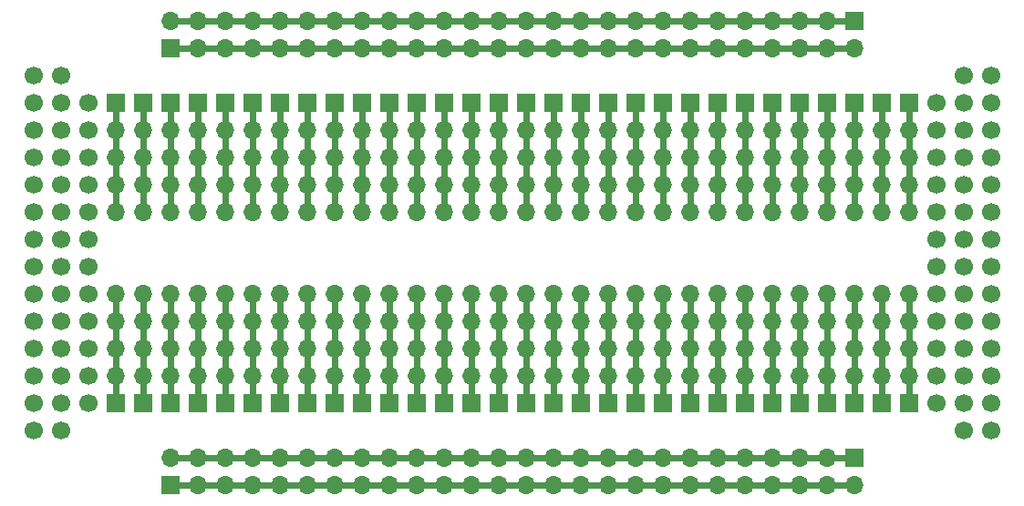
<source format=gbr>
G04 #@! TF.GenerationSoftware,KiCad,Pcbnew,(5.0.0)*
G04 #@! TF.CreationDate,2018-10-10T12:23:29-06:00*
G04 #@! TF.ProjectId,AltoidsPCB,416C746F6964735043422E6B69636164,rev?*
G04 #@! TF.SameCoordinates,Original*
G04 #@! TF.FileFunction,Copper,L2,Bot,Signal*
G04 #@! TF.FilePolarity,Positive*
%FSLAX46Y46*%
G04 Gerber Fmt 4.6, Leading zero omitted, Abs format (unit mm)*
G04 Created by KiCad (PCBNEW (5.0.0)) date 10/10/18 12:23:29*
%MOMM*%
%LPD*%
G01*
G04 APERTURE LIST*
G04 #@! TA.AperFunction,ComponentPad*
%ADD10R,1.700000X1.700000*%
G04 #@! TD*
G04 #@! TA.AperFunction,ComponentPad*
%ADD11O,1.700000X1.700000*%
G04 #@! TD*
G04 #@! TA.AperFunction,ComponentPad*
%ADD12C,1.700000*%
G04 #@! TD*
G04 #@! TA.AperFunction,Conductor*
%ADD13C,0.600000*%
G04 #@! TD*
G04 APERTURE END LIST*
D10*
G04 #@! TO.P,J2,1*
G04 #@! TO.N,Net-(J2-Pad1)*
X106680000Y-105410000D03*
D11*
G04 #@! TO.P,J2,2*
X109220000Y-105410000D03*
G04 #@! TO.P,J2,3*
X111760000Y-105410000D03*
G04 #@! TO.P,J2,4*
X114300000Y-105410000D03*
G04 #@! TO.P,J2,5*
X116840000Y-105410000D03*
G04 #@! TO.P,J2,6*
X119380000Y-105410000D03*
G04 #@! TO.P,J2,7*
X121920000Y-105410000D03*
G04 #@! TO.P,J2,8*
X124460000Y-105410000D03*
G04 #@! TO.P,J2,9*
X127000000Y-105410000D03*
G04 #@! TO.P,J2,10*
X129540000Y-105410000D03*
G04 #@! TO.P,J2,11*
X132080000Y-105410000D03*
G04 #@! TO.P,J2,12*
X134620000Y-105410000D03*
G04 #@! TO.P,J2,13*
X137160000Y-105410000D03*
G04 #@! TO.P,J2,14*
X139700000Y-105410000D03*
G04 #@! TO.P,J2,15*
X142240000Y-105410000D03*
G04 #@! TO.P,J2,16*
X144780000Y-105410000D03*
G04 #@! TO.P,J2,17*
X147320000Y-105410000D03*
G04 #@! TO.P,J2,18*
X149860000Y-105410000D03*
G04 #@! TO.P,J2,19*
X152400000Y-105410000D03*
G04 #@! TO.P,J2,20*
X154940000Y-105410000D03*
G04 #@! TO.P,J2,21*
X157480000Y-105410000D03*
G04 #@! TO.P,J2,22*
X160020000Y-105410000D03*
G04 #@! TO.P,J2,23*
X162560000Y-105410000D03*
G04 #@! TO.P,J2,24*
X165100000Y-105410000D03*
G04 #@! TO.P,J2,25*
X167640000Y-105410000D03*
G04 #@! TO.P,J2,26*
X170180000Y-105410000D03*
G04 #@! TD*
D10*
G04 #@! TO.P,J2,1*
G04 #@! TO.N,Net-(J2-Pad1)*
X170180000Y-102870000D03*
D11*
G04 #@! TO.P,J2,2*
X167640000Y-102870000D03*
G04 #@! TO.P,J2,3*
X165100000Y-102870000D03*
G04 #@! TO.P,J2,4*
X162560000Y-102870000D03*
G04 #@! TO.P,J2,5*
X160020000Y-102870000D03*
G04 #@! TO.P,J2,6*
X157480000Y-102870000D03*
G04 #@! TO.P,J2,7*
X154940000Y-102870000D03*
G04 #@! TO.P,J2,8*
X152400000Y-102870000D03*
G04 #@! TO.P,J2,9*
X149860000Y-102870000D03*
G04 #@! TO.P,J2,10*
X147320000Y-102870000D03*
G04 #@! TO.P,J2,11*
X144780000Y-102870000D03*
G04 #@! TO.P,J2,12*
X142240000Y-102870000D03*
G04 #@! TO.P,J2,13*
X139700000Y-102870000D03*
G04 #@! TO.P,J2,14*
X137160000Y-102870000D03*
G04 #@! TO.P,J2,15*
X134620000Y-102870000D03*
G04 #@! TO.P,J2,16*
X132080000Y-102870000D03*
G04 #@! TO.P,J2,17*
X129540000Y-102870000D03*
G04 #@! TO.P,J2,18*
X127000000Y-102870000D03*
G04 #@! TO.P,J2,19*
X124460000Y-102870000D03*
G04 #@! TO.P,J2,20*
X121920000Y-102870000D03*
G04 #@! TO.P,J2,21*
X119380000Y-102870000D03*
G04 #@! TO.P,J2,22*
X116840000Y-102870000D03*
G04 #@! TO.P,J2,23*
X114300000Y-102870000D03*
G04 #@! TO.P,J2,24*
X111760000Y-102870000D03*
G04 #@! TO.P,J2,25*
X109220000Y-102870000D03*
G04 #@! TO.P,J2,26*
X106680000Y-102870000D03*
G04 #@! TD*
D10*
G04 #@! TO.P,J2,1*
G04 #@! TO.N,Net-(J2-Pad1)*
X170180000Y-62230000D03*
D11*
G04 #@! TO.P,J2,2*
X167640000Y-62230000D03*
G04 #@! TO.P,J2,3*
X165100000Y-62230000D03*
G04 #@! TO.P,J2,4*
X162560000Y-62230000D03*
G04 #@! TO.P,J2,5*
X160020000Y-62230000D03*
G04 #@! TO.P,J2,6*
X157480000Y-62230000D03*
G04 #@! TO.P,J2,7*
X154940000Y-62230000D03*
G04 #@! TO.P,J2,8*
X152400000Y-62230000D03*
G04 #@! TO.P,J2,9*
X149860000Y-62230000D03*
G04 #@! TO.P,J2,10*
X147320000Y-62230000D03*
G04 #@! TO.P,J2,11*
X144780000Y-62230000D03*
G04 #@! TO.P,J2,12*
X142240000Y-62230000D03*
G04 #@! TO.P,J2,13*
X139700000Y-62230000D03*
G04 #@! TO.P,J2,14*
X137160000Y-62230000D03*
G04 #@! TO.P,J2,15*
X134620000Y-62230000D03*
G04 #@! TO.P,J2,16*
X132080000Y-62230000D03*
G04 #@! TO.P,J2,17*
X129540000Y-62230000D03*
G04 #@! TO.P,J2,18*
X127000000Y-62230000D03*
G04 #@! TO.P,J2,19*
X124460000Y-62230000D03*
G04 #@! TO.P,J2,20*
X121920000Y-62230000D03*
G04 #@! TO.P,J2,21*
X119380000Y-62230000D03*
G04 #@! TO.P,J2,22*
X116840000Y-62230000D03*
G04 #@! TO.P,J2,23*
X114300000Y-62230000D03*
G04 #@! TO.P,J2,24*
X111760000Y-62230000D03*
G04 #@! TO.P,J2,25*
X109220000Y-62230000D03*
G04 #@! TO.P,J2,26*
X106680000Y-62230000D03*
G04 #@! TD*
D10*
G04 #@! TO.P,J2,1*
G04 #@! TO.N,Net-(J2-Pad1)*
X106680000Y-64770000D03*
D11*
G04 #@! TO.P,J2,2*
X109220000Y-64770000D03*
G04 #@! TO.P,J2,3*
X111760000Y-64770000D03*
G04 #@! TO.P,J2,4*
X114300000Y-64770000D03*
G04 #@! TO.P,J2,5*
X116840000Y-64770000D03*
G04 #@! TO.P,J2,6*
X119380000Y-64770000D03*
G04 #@! TO.P,J2,7*
X121920000Y-64770000D03*
G04 #@! TO.P,J2,8*
X124460000Y-64770000D03*
G04 #@! TO.P,J2,9*
X127000000Y-64770000D03*
G04 #@! TO.P,J2,10*
X129540000Y-64770000D03*
G04 #@! TO.P,J2,11*
X132080000Y-64770000D03*
G04 #@! TO.P,J2,12*
X134620000Y-64770000D03*
G04 #@! TO.P,J2,13*
X137160000Y-64770000D03*
G04 #@! TO.P,J2,14*
X139700000Y-64770000D03*
G04 #@! TO.P,J2,15*
X142240000Y-64770000D03*
G04 #@! TO.P,J2,16*
X144780000Y-64770000D03*
G04 #@! TO.P,J2,17*
X147320000Y-64770000D03*
G04 #@! TO.P,J2,18*
X149860000Y-64770000D03*
G04 #@! TO.P,J2,19*
X152400000Y-64770000D03*
G04 #@! TO.P,J2,20*
X154940000Y-64770000D03*
G04 #@! TO.P,J2,21*
X157480000Y-64770000D03*
G04 #@! TO.P,J2,22*
X160020000Y-64770000D03*
G04 #@! TO.P,J2,23*
X162560000Y-64770000D03*
G04 #@! TO.P,J2,24*
X165100000Y-64770000D03*
G04 #@! TO.P,J2,25*
X167640000Y-64770000D03*
G04 #@! TO.P,J2,26*
X170180000Y-64770000D03*
G04 #@! TD*
D10*
G04 #@! TO.P,J1,1*
G04 #@! TO.N,Net-(J1-Pad1)*
X114300000Y-97790000D03*
D11*
G04 #@! TO.P,J1,2*
X114300000Y-95250000D03*
G04 #@! TO.P,J1,3*
X114300000Y-92710000D03*
G04 #@! TO.P,J1,4*
X114300000Y-90170000D03*
G04 #@! TO.P,J1,5*
X114300000Y-87630000D03*
G04 #@! TD*
D10*
G04 #@! TO.P,J1,1*
G04 #@! TO.N,Net-(J1-Pad1)*
X104140000Y-97790000D03*
D11*
G04 #@! TO.P,J1,2*
X104140000Y-95250000D03*
G04 #@! TO.P,J1,3*
X104140000Y-92710000D03*
G04 #@! TO.P,J1,4*
X104140000Y-90170000D03*
G04 #@! TO.P,J1,5*
X104140000Y-87630000D03*
G04 #@! TD*
D10*
G04 #@! TO.P,J1,1*
G04 #@! TO.N,Net-(J1-Pad1)*
X119380000Y-97790000D03*
D11*
G04 #@! TO.P,J1,2*
X119380000Y-95250000D03*
G04 #@! TO.P,J1,3*
X119380000Y-92710000D03*
G04 #@! TO.P,J1,4*
X119380000Y-90170000D03*
G04 #@! TO.P,J1,5*
X119380000Y-87630000D03*
G04 #@! TD*
D10*
G04 #@! TO.P,J1,1*
G04 #@! TO.N,Net-(J1-Pad1)*
X116840000Y-97790000D03*
D11*
G04 #@! TO.P,J1,2*
X116840000Y-95250000D03*
G04 #@! TO.P,J1,3*
X116840000Y-92710000D03*
G04 #@! TO.P,J1,4*
X116840000Y-90170000D03*
G04 #@! TO.P,J1,5*
X116840000Y-87630000D03*
G04 #@! TD*
D10*
G04 #@! TO.P,J1,1*
G04 #@! TO.N,Net-(J1-Pad1)*
X111760000Y-97790000D03*
D11*
G04 #@! TO.P,J1,2*
X111760000Y-95250000D03*
G04 #@! TO.P,J1,3*
X111760000Y-92710000D03*
G04 #@! TO.P,J1,4*
X111760000Y-90170000D03*
G04 #@! TO.P,J1,5*
X111760000Y-87630000D03*
G04 #@! TD*
D10*
G04 #@! TO.P,J1,1*
G04 #@! TO.N,Net-(J1-Pad1)*
X106680000Y-97790000D03*
D11*
G04 #@! TO.P,J1,2*
X106680000Y-95250000D03*
G04 #@! TO.P,J1,3*
X106680000Y-92710000D03*
G04 #@! TO.P,J1,4*
X106680000Y-90170000D03*
G04 #@! TO.P,J1,5*
X106680000Y-87630000D03*
G04 #@! TD*
D10*
G04 #@! TO.P,J1,1*
G04 #@! TO.N,Net-(J1-Pad1)*
X121920000Y-97790000D03*
D11*
G04 #@! TO.P,J1,2*
X121920000Y-95250000D03*
G04 #@! TO.P,J1,3*
X121920000Y-92710000D03*
G04 #@! TO.P,J1,4*
X121920000Y-90170000D03*
G04 #@! TO.P,J1,5*
X121920000Y-87630000D03*
G04 #@! TD*
D10*
G04 #@! TO.P,J1,1*
G04 #@! TO.N,Net-(J1-Pad1)*
X109220000Y-97790000D03*
D11*
G04 #@! TO.P,J1,2*
X109220000Y-95250000D03*
G04 #@! TO.P,J1,3*
X109220000Y-92710000D03*
G04 #@! TO.P,J1,4*
X109220000Y-90170000D03*
G04 #@! TO.P,J1,5*
X109220000Y-87630000D03*
G04 #@! TD*
D10*
G04 #@! TO.P,J1,1*
G04 #@! TO.N,Net-(J1-Pad1)*
X101600000Y-97790000D03*
D11*
G04 #@! TO.P,J1,2*
X101600000Y-95250000D03*
G04 #@! TO.P,J1,3*
X101600000Y-92710000D03*
G04 #@! TO.P,J1,4*
X101600000Y-90170000D03*
G04 #@! TO.P,J1,5*
X101600000Y-87630000D03*
G04 #@! TD*
D10*
G04 #@! TO.P,J1,1*
G04 #@! TO.N,Net-(J1-Pad1)*
X172720000Y-97790000D03*
D11*
G04 #@! TO.P,J1,2*
X172720000Y-95250000D03*
G04 #@! TO.P,J1,3*
X172720000Y-92710000D03*
G04 #@! TO.P,J1,4*
X172720000Y-90170000D03*
G04 #@! TO.P,J1,5*
X172720000Y-87630000D03*
G04 #@! TD*
D10*
G04 #@! TO.P,J1,1*
G04 #@! TO.N,Net-(J1-Pad1)*
X154940000Y-97790000D03*
D11*
G04 #@! TO.P,J1,2*
X154940000Y-95250000D03*
G04 #@! TO.P,J1,3*
X154940000Y-92710000D03*
G04 #@! TO.P,J1,4*
X154940000Y-90170000D03*
G04 #@! TO.P,J1,5*
X154940000Y-87630000D03*
G04 #@! TD*
D10*
G04 #@! TO.P,J1,1*
G04 #@! TO.N,Net-(J1-Pad1)*
X149860000Y-97790000D03*
D11*
G04 #@! TO.P,J1,2*
X149860000Y-95250000D03*
G04 #@! TO.P,J1,3*
X149860000Y-92710000D03*
G04 #@! TO.P,J1,4*
X149860000Y-90170000D03*
G04 #@! TO.P,J1,5*
X149860000Y-87630000D03*
G04 #@! TD*
D10*
G04 #@! TO.P,J1,1*
G04 #@! TO.N,Net-(J1-Pad1)*
X170180000Y-97790000D03*
D11*
G04 #@! TO.P,J1,2*
X170180000Y-95250000D03*
G04 #@! TO.P,J1,3*
X170180000Y-92710000D03*
G04 #@! TO.P,J1,4*
X170180000Y-90170000D03*
G04 #@! TO.P,J1,5*
X170180000Y-87630000D03*
G04 #@! TD*
D10*
G04 #@! TO.P,J1,1*
G04 #@! TO.N,Net-(J1-Pad1)*
X152400000Y-97790000D03*
D11*
G04 #@! TO.P,J1,2*
X152400000Y-95250000D03*
G04 #@! TO.P,J1,3*
X152400000Y-92710000D03*
G04 #@! TO.P,J1,4*
X152400000Y-90170000D03*
G04 #@! TO.P,J1,5*
X152400000Y-87630000D03*
G04 #@! TD*
D10*
G04 #@! TO.P,J1,1*
G04 #@! TO.N,Net-(J1-Pad1)*
X157480000Y-97790000D03*
D11*
G04 #@! TO.P,J1,2*
X157480000Y-95250000D03*
G04 #@! TO.P,J1,3*
X157480000Y-92710000D03*
G04 #@! TO.P,J1,4*
X157480000Y-90170000D03*
G04 #@! TO.P,J1,5*
X157480000Y-87630000D03*
G04 #@! TD*
D10*
G04 #@! TO.P,J1,1*
G04 #@! TO.N,Net-(J1-Pad1)*
X160020000Y-97790000D03*
D11*
G04 #@! TO.P,J1,2*
X160020000Y-95250000D03*
G04 #@! TO.P,J1,3*
X160020000Y-92710000D03*
G04 #@! TO.P,J1,4*
X160020000Y-90170000D03*
G04 #@! TO.P,J1,5*
X160020000Y-87630000D03*
G04 #@! TD*
D10*
G04 #@! TO.P,J1,1*
G04 #@! TO.N,Net-(J1-Pad1)*
X162560000Y-97790000D03*
D11*
G04 #@! TO.P,J1,2*
X162560000Y-95250000D03*
G04 #@! TO.P,J1,3*
X162560000Y-92710000D03*
G04 #@! TO.P,J1,4*
X162560000Y-90170000D03*
G04 #@! TO.P,J1,5*
X162560000Y-87630000D03*
G04 #@! TD*
D10*
G04 #@! TO.P,J1,1*
G04 #@! TO.N,Net-(J1-Pad1)*
X147320000Y-97790000D03*
D11*
G04 #@! TO.P,J1,2*
X147320000Y-95250000D03*
G04 #@! TO.P,J1,3*
X147320000Y-92710000D03*
G04 #@! TO.P,J1,4*
X147320000Y-90170000D03*
G04 #@! TO.P,J1,5*
X147320000Y-87630000D03*
G04 #@! TD*
D10*
G04 #@! TO.P,J1,1*
G04 #@! TO.N,Net-(J1-Pad1)*
X142240000Y-97790000D03*
D11*
G04 #@! TO.P,J1,2*
X142240000Y-95250000D03*
G04 #@! TO.P,J1,3*
X142240000Y-92710000D03*
G04 #@! TO.P,J1,4*
X142240000Y-90170000D03*
G04 #@! TO.P,J1,5*
X142240000Y-87630000D03*
G04 #@! TD*
D10*
G04 #@! TO.P,J1,1*
G04 #@! TO.N,Net-(J1-Pad1)*
X165100000Y-97790000D03*
D11*
G04 #@! TO.P,J1,2*
X165100000Y-95250000D03*
G04 #@! TO.P,J1,3*
X165100000Y-92710000D03*
G04 #@! TO.P,J1,4*
X165100000Y-90170000D03*
G04 #@! TO.P,J1,5*
X165100000Y-87630000D03*
G04 #@! TD*
D10*
G04 #@! TO.P,J1,1*
G04 #@! TO.N,Net-(J1-Pad1)*
X167640000Y-97790000D03*
D11*
G04 #@! TO.P,J1,2*
X167640000Y-95250000D03*
G04 #@! TO.P,J1,3*
X167640000Y-92710000D03*
G04 #@! TO.P,J1,4*
X167640000Y-90170000D03*
G04 #@! TO.P,J1,5*
X167640000Y-87630000D03*
G04 #@! TD*
D10*
G04 #@! TO.P,J1,1*
G04 #@! TO.N,Net-(J1-Pad1)*
X144780000Y-97790000D03*
D11*
G04 #@! TO.P,J1,2*
X144780000Y-95250000D03*
G04 #@! TO.P,J1,3*
X144780000Y-92710000D03*
G04 #@! TO.P,J1,4*
X144780000Y-90170000D03*
G04 #@! TO.P,J1,5*
X144780000Y-87630000D03*
G04 #@! TD*
D10*
G04 #@! TO.P,J1,1*
G04 #@! TO.N,Net-(J1-Pad1)*
X139700000Y-97790000D03*
D11*
G04 #@! TO.P,J1,2*
X139700000Y-95250000D03*
G04 #@! TO.P,J1,3*
X139700000Y-92710000D03*
G04 #@! TO.P,J1,4*
X139700000Y-90170000D03*
G04 #@! TO.P,J1,5*
X139700000Y-87630000D03*
G04 #@! TD*
D10*
G04 #@! TO.P,J1,1*
G04 #@! TO.N,Net-(J1-Pad1)*
X132080000Y-97790000D03*
D11*
G04 #@! TO.P,J1,2*
X132080000Y-95250000D03*
G04 #@! TO.P,J1,3*
X132080000Y-92710000D03*
G04 #@! TO.P,J1,4*
X132080000Y-90170000D03*
G04 #@! TO.P,J1,5*
X132080000Y-87630000D03*
G04 #@! TD*
D10*
G04 #@! TO.P,J1,1*
G04 #@! TO.N,Net-(J1-Pad1)*
X134620000Y-97790000D03*
D11*
G04 #@! TO.P,J1,2*
X134620000Y-95250000D03*
G04 #@! TO.P,J1,3*
X134620000Y-92710000D03*
G04 #@! TO.P,J1,4*
X134620000Y-90170000D03*
G04 #@! TO.P,J1,5*
X134620000Y-87630000D03*
G04 #@! TD*
D10*
G04 #@! TO.P,J1,1*
G04 #@! TO.N,Net-(J1-Pad1)*
X175260000Y-97790000D03*
D11*
G04 #@! TO.P,J1,2*
X175260000Y-95250000D03*
G04 #@! TO.P,J1,3*
X175260000Y-92710000D03*
G04 #@! TO.P,J1,4*
X175260000Y-90170000D03*
G04 #@! TO.P,J1,5*
X175260000Y-87630000D03*
G04 #@! TD*
D10*
G04 #@! TO.P,J1,1*
G04 #@! TO.N,Net-(J1-Pad1)*
X137160000Y-97790000D03*
D11*
G04 #@! TO.P,J1,2*
X137160000Y-95250000D03*
G04 #@! TO.P,J1,3*
X137160000Y-92710000D03*
G04 #@! TO.P,J1,4*
X137160000Y-90170000D03*
G04 #@! TO.P,J1,5*
X137160000Y-87630000D03*
G04 #@! TD*
D10*
G04 #@! TO.P,J1,1*
G04 #@! TO.N,Net-(J1-Pad1)*
X129540000Y-97790000D03*
D11*
G04 #@! TO.P,J1,2*
X129540000Y-95250000D03*
G04 #@! TO.P,J1,3*
X129540000Y-92710000D03*
G04 #@! TO.P,J1,4*
X129540000Y-90170000D03*
G04 #@! TO.P,J1,5*
X129540000Y-87630000D03*
G04 #@! TD*
D10*
G04 #@! TO.P,J1,1*
G04 #@! TO.N,Net-(J1-Pad1)*
X124460000Y-97790000D03*
D11*
G04 #@! TO.P,J1,2*
X124460000Y-95250000D03*
G04 #@! TO.P,J1,3*
X124460000Y-92710000D03*
G04 #@! TO.P,J1,4*
X124460000Y-90170000D03*
G04 #@! TO.P,J1,5*
X124460000Y-87630000D03*
G04 #@! TD*
D10*
G04 #@! TO.P,J1,1*
G04 #@! TO.N,Net-(J1-Pad1)*
X127000000Y-97790000D03*
D11*
G04 #@! TO.P,J1,2*
X127000000Y-95250000D03*
G04 #@! TO.P,J1,3*
X127000000Y-92710000D03*
G04 #@! TO.P,J1,4*
X127000000Y-90170000D03*
G04 #@! TO.P,J1,5*
X127000000Y-87630000D03*
G04 #@! TD*
D10*
G04 #@! TO.P,J1,1*
G04 #@! TO.N,Net-(J1-Pad1)*
X175260000Y-69850000D03*
D11*
G04 #@! TO.P,J1,2*
X175260000Y-72390000D03*
G04 #@! TO.P,J1,3*
X175260000Y-74930000D03*
G04 #@! TO.P,J1,4*
X175260000Y-77470000D03*
G04 #@! TO.P,J1,5*
X175260000Y-80010000D03*
G04 #@! TD*
D10*
G04 #@! TO.P,J1,1*
G04 #@! TO.N,Net-(J1-Pad1)*
X172720000Y-69850000D03*
D11*
G04 #@! TO.P,J1,2*
X172720000Y-72390000D03*
G04 #@! TO.P,J1,3*
X172720000Y-74930000D03*
G04 #@! TO.P,J1,4*
X172720000Y-77470000D03*
G04 #@! TO.P,J1,5*
X172720000Y-80010000D03*
G04 #@! TD*
D10*
G04 #@! TO.P,J1,1*
G04 #@! TO.N,Net-(J1-Pad1)*
X170180000Y-69850000D03*
D11*
G04 #@! TO.P,J1,2*
X170180000Y-72390000D03*
G04 #@! TO.P,J1,3*
X170180000Y-74930000D03*
G04 #@! TO.P,J1,4*
X170180000Y-77470000D03*
G04 #@! TO.P,J1,5*
X170180000Y-80010000D03*
G04 #@! TD*
D10*
G04 #@! TO.P,J1,1*
G04 #@! TO.N,Net-(J1-Pad1)*
X167640000Y-69850000D03*
D11*
G04 #@! TO.P,J1,2*
X167640000Y-72390000D03*
G04 #@! TO.P,J1,3*
X167640000Y-74930000D03*
G04 #@! TO.P,J1,4*
X167640000Y-77470000D03*
G04 #@! TO.P,J1,5*
X167640000Y-80010000D03*
G04 #@! TD*
D10*
G04 #@! TO.P,J1,1*
G04 #@! TO.N,Net-(J1-Pad1)*
X165100000Y-69850000D03*
D11*
G04 #@! TO.P,J1,2*
X165100000Y-72390000D03*
G04 #@! TO.P,J1,3*
X165100000Y-74930000D03*
G04 #@! TO.P,J1,4*
X165100000Y-77470000D03*
G04 #@! TO.P,J1,5*
X165100000Y-80010000D03*
G04 #@! TD*
D10*
G04 #@! TO.P,J1,1*
G04 #@! TO.N,Net-(J1-Pad1)*
X162560000Y-69850000D03*
D11*
G04 #@! TO.P,J1,2*
X162560000Y-72390000D03*
G04 #@! TO.P,J1,3*
X162560000Y-74930000D03*
G04 #@! TO.P,J1,4*
X162560000Y-77470000D03*
G04 #@! TO.P,J1,5*
X162560000Y-80010000D03*
G04 #@! TD*
D10*
G04 #@! TO.P,J1,1*
G04 #@! TO.N,Net-(J1-Pad1)*
X160020000Y-69850000D03*
D11*
G04 #@! TO.P,J1,2*
X160020000Y-72390000D03*
G04 #@! TO.P,J1,3*
X160020000Y-74930000D03*
G04 #@! TO.P,J1,4*
X160020000Y-77470000D03*
G04 #@! TO.P,J1,5*
X160020000Y-80010000D03*
G04 #@! TD*
D10*
G04 #@! TO.P,J1,1*
G04 #@! TO.N,Net-(J1-Pad1)*
X157480000Y-69850000D03*
D11*
G04 #@! TO.P,J1,2*
X157480000Y-72390000D03*
G04 #@! TO.P,J1,3*
X157480000Y-74930000D03*
G04 #@! TO.P,J1,4*
X157480000Y-77470000D03*
G04 #@! TO.P,J1,5*
X157480000Y-80010000D03*
G04 #@! TD*
D10*
G04 #@! TO.P,J1,1*
G04 #@! TO.N,Net-(J1-Pad1)*
X154940000Y-69850000D03*
D11*
G04 #@! TO.P,J1,2*
X154940000Y-72390000D03*
G04 #@! TO.P,J1,3*
X154940000Y-74930000D03*
G04 #@! TO.P,J1,4*
X154940000Y-77470000D03*
G04 #@! TO.P,J1,5*
X154940000Y-80010000D03*
G04 #@! TD*
D10*
G04 #@! TO.P,J1,1*
G04 #@! TO.N,Net-(J1-Pad1)*
X152400000Y-69850000D03*
D11*
G04 #@! TO.P,J1,2*
X152400000Y-72390000D03*
G04 #@! TO.P,J1,3*
X152400000Y-74930000D03*
G04 #@! TO.P,J1,4*
X152400000Y-77470000D03*
G04 #@! TO.P,J1,5*
X152400000Y-80010000D03*
G04 #@! TD*
D10*
G04 #@! TO.P,J1,1*
G04 #@! TO.N,Net-(J1-Pad1)*
X149860000Y-69850000D03*
D11*
G04 #@! TO.P,J1,2*
X149860000Y-72390000D03*
G04 #@! TO.P,J1,3*
X149860000Y-74930000D03*
G04 #@! TO.P,J1,4*
X149860000Y-77470000D03*
G04 #@! TO.P,J1,5*
X149860000Y-80010000D03*
G04 #@! TD*
D10*
G04 #@! TO.P,J1,1*
G04 #@! TO.N,Net-(J1-Pad1)*
X147320000Y-69850000D03*
D11*
G04 #@! TO.P,J1,2*
X147320000Y-72390000D03*
G04 #@! TO.P,J1,3*
X147320000Y-74930000D03*
G04 #@! TO.P,J1,4*
X147320000Y-77470000D03*
G04 #@! TO.P,J1,5*
X147320000Y-80010000D03*
G04 #@! TD*
D10*
G04 #@! TO.P,J1,1*
G04 #@! TO.N,Net-(J1-Pad1)*
X144780000Y-69850000D03*
D11*
G04 #@! TO.P,J1,2*
X144780000Y-72390000D03*
G04 #@! TO.P,J1,3*
X144780000Y-74930000D03*
G04 #@! TO.P,J1,4*
X144780000Y-77470000D03*
G04 #@! TO.P,J1,5*
X144780000Y-80010000D03*
G04 #@! TD*
D10*
G04 #@! TO.P,J1,1*
G04 #@! TO.N,Net-(J1-Pad1)*
X142240000Y-69850000D03*
D11*
G04 #@! TO.P,J1,2*
X142240000Y-72390000D03*
G04 #@! TO.P,J1,3*
X142240000Y-74930000D03*
G04 #@! TO.P,J1,4*
X142240000Y-77470000D03*
G04 #@! TO.P,J1,5*
X142240000Y-80010000D03*
G04 #@! TD*
D10*
G04 #@! TO.P,J1,1*
G04 #@! TO.N,Net-(J1-Pad1)*
X139700000Y-69850000D03*
D11*
G04 #@! TO.P,J1,2*
X139700000Y-72390000D03*
G04 #@! TO.P,J1,3*
X139700000Y-74930000D03*
G04 #@! TO.P,J1,4*
X139700000Y-77470000D03*
G04 #@! TO.P,J1,5*
X139700000Y-80010000D03*
G04 #@! TD*
D10*
G04 #@! TO.P,J1,1*
G04 #@! TO.N,Net-(J1-Pad1)*
X137160000Y-69850000D03*
D11*
G04 #@! TO.P,J1,2*
X137160000Y-72390000D03*
G04 #@! TO.P,J1,3*
X137160000Y-74930000D03*
G04 #@! TO.P,J1,4*
X137160000Y-77470000D03*
G04 #@! TO.P,J1,5*
X137160000Y-80010000D03*
G04 #@! TD*
D10*
G04 #@! TO.P,J1,1*
G04 #@! TO.N,Net-(J1-Pad1)*
X134620000Y-69850000D03*
D11*
G04 #@! TO.P,J1,2*
X134620000Y-72390000D03*
G04 #@! TO.P,J1,3*
X134620000Y-74930000D03*
G04 #@! TO.P,J1,4*
X134620000Y-77470000D03*
G04 #@! TO.P,J1,5*
X134620000Y-80010000D03*
G04 #@! TD*
D10*
G04 #@! TO.P,J1,1*
G04 #@! TO.N,Net-(J1-Pad1)*
X132080000Y-69850000D03*
D11*
G04 #@! TO.P,J1,2*
X132080000Y-72390000D03*
G04 #@! TO.P,J1,3*
X132080000Y-74930000D03*
G04 #@! TO.P,J1,4*
X132080000Y-77470000D03*
G04 #@! TO.P,J1,5*
X132080000Y-80010000D03*
G04 #@! TD*
D10*
G04 #@! TO.P,J1,1*
G04 #@! TO.N,Net-(J1-Pad1)*
X129540000Y-69850000D03*
D11*
G04 #@! TO.P,J1,2*
X129540000Y-72390000D03*
G04 #@! TO.P,J1,3*
X129540000Y-74930000D03*
G04 #@! TO.P,J1,4*
X129540000Y-77470000D03*
G04 #@! TO.P,J1,5*
X129540000Y-80010000D03*
G04 #@! TD*
D10*
G04 #@! TO.P,J1,1*
G04 #@! TO.N,Net-(J1-Pad1)*
X127000000Y-69850000D03*
D11*
G04 #@! TO.P,J1,2*
X127000000Y-72390000D03*
G04 #@! TO.P,J1,3*
X127000000Y-74930000D03*
G04 #@! TO.P,J1,4*
X127000000Y-77470000D03*
G04 #@! TO.P,J1,5*
X127000000Y-80010000D03*
G04 #@! TD*
D10*
G04 #@! TO.P,J1,1*
G04 #@! TO.N,Net-(J1-Pad1)*
X124460000Y-69850000D03*
D11*
G04 #@! TO.P,J1,2*
X124460000Y-72390000D03*
G04 #@! TO.P,J1,3*
X124460000Y-74930000D03*
G04 #@! TO.P,J1,4*
X124460000Y-77470000D03*
G04 #@! TO.P,J1,5*
X124460000Y-80010000D03*
G04 #@! TD*
D10*
G04 #@! TO.P,J1,1*
G04 #@! TO.N,Net-(J1-Pad1)*
X121920000Y-69850000D03*
D11*
G04 #@! TO.P,J1,2*
X121920000Y-72390000D03*
G04 #@! TO.P,J1,3*
X121920000Y-74930000D03*
G04 #@! TO.P,J1,4*
X121920000Y-77470000D03*
G04 #@! TO.P,J1,5*
X121920000Y-80010000D03*
G04 #@! TD*
D10*
G04 #@! TO.P,J1,1*
G04 #@! TO.N,Net-(J1-Pad1)*
X119380000Y-69850000D03*
D11*
G04 #@! TO.P,J1,2*
X119380000Y-72390000D03*
G04 #@! TO.P,J1,3*
X119380000Y-74930000D03*
G04 #@! TO.P,J1,4*
X119380000Y-77470000D03*
G04 #@! TO.P,J1,5*
X119380000Y-80010000D03*
G04 #@! TD*
D10*
G04 #@! TO.P,J1,1*
G04 #@! TO.N,Net-(J1-Pad1)*
X116840000Y-69850000D03*
D11*
G04 #@! TO.P,J1,2*
X116840000Y-72390000D03*
G04 #@! TO.P,J1,3*
X116840000Y-74930000D03*
G04 #@! TO.P,J1,4*
X116840000Y-77470000D03*
G04 #@! TO.P,J1,5*
X116840000Y-80010000D03*
G04 #@! TD*
D10*
G04 #@! TO.P,J1,1*
G04 #@! TO.N,Net-(J1-Pad1)*
X114300000Y-69850000D03*
D11*
G04 #@! TO.P,J1,2*
X114300000Y-72390000D03*
G04 #@! TO.P,J1,3*
X114300000Y-74930000D03*
G04 #@! TO.P,J1,4*
X114300000Y-77470000D03*
G04 #@! TO.P,J1,5*
X114300000Y-80010000D03*
G04 #@! TD*
D10*
G04 #@! TO.P,J1,1*
G04 #@! TO.N,Net-(J1-Pad1)*
X111760000Y-69850000D03*
D11*
G04 #@! TO.P,J1,2*
X111760000Y-72390000D03*
G04 #@! TO.P,J1,3*
X111760000Y-74930000D03*
G04 #@! TO.P,J1,4*
X111760000Y-77470000D03*
G04 #@! TO.P,J1,5*
X111760000Y-80010000D03*
G04 #@! TD*
D10*
G04 #@! TO.P,J1,1*
G04 #@! TO.N,Net-(J1-Pad1)*
X109220000Y-69850000D03*
D11*
G04 #@! TO.P,J1,2*
X109220000Y-72390000D03*
G04 #@! TO.P,J1,3*
X109220000Y-74930000D03*
G04 #@! TO.P,J1,4*
X109220000Y-77470000D03*
G04 #@! TO.P,J1,5*
X109220000Y-80010000D03*
G04 #@! TD*
D10*
G04 #@! TO.P,J1,1*
G04 #@! TO.N,Net-(J1-Pad1)*
X106680000Y-69850000D03*
D11*
G04 #@! TO.P,J1,2*
X106680000Y-72390000D03*
G04 #@! TO.P,J1,3*
X106680000Y-74930000D03*
G04 #@! TO.P,J1,4*
X106680000Y-77470000D03*
G04 #@! TO.P,J1,5*
X106680000Y-80010000D03*
G04 #@! TD*
D10*
G04 #@! TO.P,J1,1*
G04 #@! TO.N,Net-(J1-Pad1)*
X104140000Y-69850000D03*
D11*
G04 #@! TO.P,J1,2*
X104140000Y-72390000D03*
G04 #@! TO.P,J1,3*
X104140000Y-74930000D03*
G04 #@! TO.P,J1,4*
X104140000Y-77470000D03*
G04 #@! TO.P,J1,5*
X104140000Y-80010000D03*
G04 #@! TD*
D10*
G04 #@! TO.P,J1,1*
G04 #@! TO.N,Net-(J1-Pad1)*
X101600000Y-69850000D03*
D11*
G04 #@! TO.P,J1,2*
X101600000Y-72390000D03*
G04 #@! TO.P,J1,3*
X101600000Y-74930000D03*
G04 #@! TO.P,J1,4*
X101600000Y-77470000D03*
G04 #@! TO.P,J1,5*
X101600000Y-80010000D03*
G04 #@! TD*
D12*
G04 #@! TO.P,J3,1*
G04 #@! TO.N,Net-(J3-Pad1)*
X93980000Y-67310000D03*
G04 #@! TD*
G04 #@! TO.P,J3,1*
G04 #@! TO.N,Net-(J3-Pad1)*
X182880000Y-67310000D03*
G04 #@! TD*
G04 #@! TO.P,J3,1*
G04 #@! TO.N,Net-(J3-Pad1)*
X180340000Y-67310000D03*
G04 #@! TD*
G04 #@! TO.P,J3,1*
G04 #@! TO.N,Net-(J3-Pad1)*
X182880000Y-100330000D03*
G04 #@! TD*
G04 #@! TO.P,J3,1*
G04 #@! TO.N,Net-(J3-Pad1)*
X180340000Y-100330000D03*
G04 #@! TD*
G04 #@! TO.P,J3,1*
G04 #@! TO.N,Net-(J3-Pad1)*
X93980000Y-100330000D03*
G04 #@! TD*
G04 #@! TO.P,J3,1*
G04 #@! TO.N,Net-(J3-Pad1)*
X96520000Y-100330000D03*
G04 #@! TD*
G04 #@! TO.P,J3,1*
G04 #@! TO.N,Net-(J3-Pad1)*
X96520000Y-67310000D03*
G04 #@! TD*
G04 #@! TO.P,J3,1*
G04 #@! TO.N,Net-(J3-Pad1)*
X180340000Y-95250000D03*
G04 #@! TD*
G04 #@! TO.P,J3,1*
G04 #@! TO.N,Net-(J3-Pad1)*
X180340000Y-97790000D03*
G04 #@! TD*
G04 #@! TO.P,J3,1*
G04 #@! TO.N,Net-(J3-Pad1)*
X182880000Y-97790000D03*
G04 #@! TD*
G04 #@! TO.P,J3,1*
G04 #@! TO.N,Net-(J3-Pad1)*
X177800000Y-92710000D03*
G04 #@! TD*
G04 #@! TO.P,J3,1*
G04 #@! TO.N,Net-(J3-Pad1)*
X177800000Y-95250000D03*
G04 #@! TD*
G04 #@! TO.P,J3,1*
G04 #@! TO.N,Net-(J3-Pad1)*
X182880000Y-92710000D03*
G04 #@! TD*
G04 #@! TO.P,J3,1*
G04 #@! TO.N,Net-(J3-Pad1)*
X180340000Y-92710000D03*
G04 #@! TD*
G04 #@! TO.P,J3,1*
G04 #@! TO.N,Net-(J3-Pad1)*
X182880000Y-95250000D03*
G04 #@! TD*
G04 #@! TO.P,J3,1*
G04 #@! TO.N,Net-(J3-Pad1)*
X177800000Y-97790000D03*
G04 #@! TD*
G04 #@! TO.P,J3,1*
G04 #@! TO.N,Net-(J3-Pad1)*
X182880000Y-69850000D03*
G04 #@! TD*
G04 #@! TO.P,J3,1*
G04 #@! TO.N,Net-(J3-Pad1)*
X180340000Y-69850000D03*
G04 #@! TD*
G04 #@! TO.P,J3,1*
G04 #@! TO.N,Net-(J3-Pad1)*
X182880000Y-82550000D03*
G04 #@! TD*
G04 #@! TO.P,J3,1*
G04 #@! TO.N,Net-(J3-Pad1)*
X182880000Y-74930000D03*
G04 #@! TD*
G04 #@! TO.P,J3,1*
G04 #@! TO.N,Net-(J3-Pad1)*
X177800000Y-77470000D03*
G04 #@! TD*
G04 #@! TO.P,J3,1*
G04 #@! TO.N,Net-(J3-Pad1)*
X182880000Y-72390000D03*
G04 #@! TD*
G04 #@! TO.P,J3,1*
G04 #@! TO.N,Net-(J3-Pad1)*
X180340000Y-82550000D03*
G04 #@! TD*
G04 #@! TO.P,J3,1*
G04 #@! TO.N,Net-(J3-Pad1)*
X177800000Y-82550000D03*
G04 #@! TD*
G04 #@! TO.P,J3,1*
G04 #@! TO.N,Net-(J3-Pad1)*
X182880000Y-80010000D03*
G04 #@! TD*
G04 #@! TO.P,J3,1*
G04 #@! TO.N,Net-(J3-Pad1)*
X177800000Y-80010000D03*
G04 #@! TD*
G04 #@! TO.P,J3,1*
G04 #@! TO.N,Net-(J3-Pad1)*
X177800000Y-90170000D03*
G04 #@! TD*
G04 #@! TO.P,J3,1*
G04 #@! TO.N,Net-(J3-Pad1)*
X182880000Y-85090000D03*
G04 #@! TD*
G04 #@! TO.P,J3,1*
G04 #@! TO.N,Net-(J3-Pad1)*
X180340000Y-74930000D03*
G04 #@! TD*
G04 #@! TO.P,J3,1*
G04 #@! TO.N,Net-(J3-Pad1)*
X177800000Y-85090000D03*
G04 #@! TD*
G04 #@! TO.P,J3,1*
G04 #@! TO.N,Net-(J3-Pad1)*
X177800000Y-72390000D03*
G04 #@! TD*
G04 #@! TO.P,J3,1*
G04 #@! TO.N,Net-(J3-Pad1)*
X180340000Y-72390000D03*
G04 #@! TD*
G04 #@! TO.P,J3,1*
G04 #@! TO.N,Net-(J3-Pad1)*
X180340000Y-85090000D03*
G04 #@! TD*
G04 #@! TO.P,J3,1*
G04 #@! TO.N,Net-(J3-Pad1)*
X180340000Y-77470000D03*
G04 #@! TD*
G04 #@! TO.P,J3,1*
G04 #@! TO.N,Net-(J3-Pad1)*
X180340000Y-90170000D03*
G04 #@! TD*
G04 #@! TO.P,J3,1*
G04 #@! TO.N,Net-(J3-Pad1)*
X182880000Y-87630000D03*
G04 #@! TD*
G04 #@! TO.P,J3,1*
G04 #@! TO.N,Net-(J3-Pad1)*
X182880000Y-77470000D03*
G04 #@! TD*
G04 #@! TO.P,J3,1*
G04 #@! TO.N,Net-(J3-Pad1)*
X177800000Y-69850000D03*
G04 #@! TD*
G04 #@! TO.P,J3,1*
G04 #@! TO.N,Net-(J3-Pad1)*
X180340000Y-87630000D03*
G04 #@! TD*
G04 #@! TO.P,J3,1*
G04 #@! TO.N,Net-(J3-Pad1)*
X177800000Y-74930000D03*
G04 #@! TD*
G04 #@! TO.P,J3,1*
G04 #@! TO.N,Net-(J3-Pad1)*
X180340000Y-80010000D03*
G04 #@! TD*
G04 #@! TO.P,J3,1*
G04 #@! TO.N,Net-(J3-Pad1)*
X177800000Y-87630000D03*
G04 #@! TD*
G04 #@! TO.P,J3,1*
G04 #@! TO.N,Net-(J3-Pad1)*
X182880000Y-90170000D03*
G04 #@! TD*
G04 #@! TO.P,J3,1*
G04 #@! TO.N,Net-(J3-Pad1)*
X99060000Y-97790000D03*
G04 #@! TD*
G04 #@! TO.P,J3,1*
G04 #@! TO.N,Net-(J3-Pad1)*
X96520000Y-97790000D03*
G04 #@! TD*
G04 #@! TO.P,J3,1*
G04 #@! TO.N,Net-(J3-Pad1)*
X93980000Y-97790000D03*
G04 #@! TD*
G04 #@! TO.P,J3,1*
G04 #@! TO.N,Net-(J3-Pad1)*
X99060000Y-95250000D03*
G04 #@! TD*
G04 #@! TO.P,J3,1*
G04 #@! TO.N,Net-(J3-Pad1)*
X96520000Y-95250000D03*
G04 #@! TD*
G04 #@! TO.P,J3,1*
G04 #@! TO.N,Net-(J3-Pad1)*
X93980000Y-95250000D03*
G04 #@! TD*
G04 #@! TO.P,J3,1*
G04 #@! TO.N,Net-(J3-Pad1)*
X99060000Y-92710000D03*
G04 #@! TD*
G04 #@! TO.P,J3,1*
G04 #@! TO.N,Net-(J3-Pad1)*
X96520000Y-92710000D03*
G04 #@! TD*
G04 #@! TO.P,J3,1*
G04 #@! TO.N,Net-(J3-Pad1)*
X93980000Y-92710000D03*
G04 #@! TD*
G04 #@! TO.P,J3,1*
G04 #@! TO.N,Net-(J3-Pad1)*
X99060000Y-90170000D03*
G04 #@! TD*
G04 #@! TO.P,J3,1*
G04 #@! TO.N,Net-(J3-Pad1)*
X96520000Y-90170000D03*
G04 #@! TD*
G04 #@! TO.P,J3,1*
G04 #@! TO.N,Net-(J3-Pad1)*
X93980000Y-90170000D03*
G04 #@! TD*
G04 #@! TO.P,J3,1*
G04 #@! TO.N,Net-(J3-Pad1)*
X99060000Y-87630000D03*
G04 #@! TD*
G04 #@! TO.P,J3,1*
G04 #@! TO.N,Net-(J3-Pad1)*
X96520000Y-87630000D03*
G04 #@! TD*
G04 #@! TO.P,J3,1*
G04 #@! TO.N,Net-(J3-Pad1)*
X93980000Y-87630000D03*
G04 #@! TD*
G04 #@! TO.P,J3,1*
G04 #@! TO.N,Net-(J3-Pad1)*
X99060000Y-85090000D03*
G04 #@! TD*
G04 #@! TO.P,J3,1*
G04 #@! TO.N,Net-(J3-Pad1)*
X96520000Y-85090000D03*
G04 #@! TD*
G04 #@! TO.P,J3,1*
G04 #@! TO.N,Net-(J3-Pad1)*
X93980000Y-85090000D03*
G04 #@! TD*
G04 #@! TO.P,J3,1*
G04 #@! TO.N,Net-(J3-Pad1)*
X99060000Y-82550000D03*
G04 #@! TD*
G04 #@! TO.P,J3,1*
G04 #@! TO.N,Net-(J3-Pad1)*
X96520000Y-82550000D03*
G04 #@! TD*
G04 #@! TO.P,J3,1*
G04 #@! TO.N,Net-(J3-Pad1)*
X93980000Y-82550000D03*
G04 #@! TD*
G04 #@! TO.P,J3,1*
G04 #@! TO.N,Net-(J3-Pad1)*
X99060000Y-80010000D03*
G04 #@! TD*
G04 #@! TO.P,J3,1*
G04 #@! TO.N,Net-(J3-Pad1)*
X96520000Y-80010000D03*
G04 #@! TD*
G04 #@! TO.P,J3,1*
G04 #@! TO.N,Net-(J3-Pad1)*
X93980000Y-80010000D03*
G04 #@! TD*
G04 #@! TO.P,J3,1*
G04 #@! TO.N,Net-(J3-Pad1)*
X99060000Y-77470000D03*
G04 #@! TD*
G04 #@! TO.P,J3,1*
G04 #@! TO.N,Net-(J3-Pad1)*
X96520000Y-77470000D03*
G04 #@! TD*
G04 #@! TO.P,J3,1*
G04 #@! TO.N,Net-(J3-Pad1)*
X93980000Y-77470000D03*
G04 #@! TD*
G04 #@! TO.P,J3,1*
G04 #@! TO.N,Net-(J3-Pad1)*
X99060000Y-74930000D03*
G04 #@! TD*
G04 #@! TO.P,J3,1*
G04 #@! TO.N,Net-(J3-Pad1)*
X96520000Y-74930000D03*
G04 #@! TD*
G04 #@! TO.P,J3,1*
G04 #@! TO.N,Net-(J3-Pad1)*
X93980000Y-74930000D03*
G04 #@! TD*
G04 #@! TO.P,J3,1*
G04 #@! TO.N,Net-(J3-Pad1)*
X99060000Y-72390000D03*
G04 #@! TD*
G04 #@! TO.P,J3,1*
G04 #@! TO.N,Net-(J3-Pad1)*
X96520000Y-72390000D03*
G04 #@! TD*
G04 #@! TO.P,J3,1*
G04 #@! TO.N,Net-(J3-Pad1)*
X93980000Y-72390000D03*
G04 #@! TD*
G04 #@! TO.P,J3,1*
G04 #@! TO.N,Net-(J3-Pad1)*
X99060000Y-69850000D03*
G04 #@! TD*
G04 #@! TO.P,J3,1*
G04 #@! TO.N,Net-(J3-Pad1)*
X96520000Y-69850000D03*
G04 #@! TD*
G04 #@! TO.P,J3,1*
G04 #@! TO.N,Net-(J3-Pad1)*
X93980000Y-69850000D03*
G04 #@! TD*
D13*
G04 #@! TO.N,Net-(J1-Pad1)*
X101600000Y-69850000D02*
X101600000Y-72390000D01*
X101600000Y-72390000D02*
X101600000Y-74930000D01*
X101600000Y-74930000D02*
X101600000Y-77470000D01*
X101600000Y-77470000D02*
X101600000Y-80010000D01*
X104140000Y-69850000D02*
X104140000Y-72390000D01*
X106680000Y-69850000D02*
X106680000Y-72390000D01*
X109220000Y-69850000D02*
X109220000Y-72390000D01*
X111760000Y-69850000D02*
X111760000Y-72390000D01*
X114300000Y-69850000D02*
X114300000Y-72390000D01*
X116840000Y-69850000D02*
X116840000Y-72390000D01*
X119380000Y-69850000D02*
X119380000Y-72390000D01*
X121920000Y-69850000D02*
X121920000Y-72390000D01*
X124460000Y-69850000D02*
X124460000Y-72390000D01*
X127000000Y-69850000D02*
X127000000Y-72390000D01*
X129540000Y-69850000D02*
X129540000Y-72390000D01*
X132080000Y-69850000D02*
X132080000Y-72390000D01*
X134620000Y-69850000D02*
X134620000Y-72390000D01*
X137160000Y-69850000D02*
X137160000Y-72390000D01*
X139700000Y-69850000D02*
X139700000Y-72390000D01*
X142240000Y-69850000D02*
X142240000Y-72390000D01*
X144780000Y-69850000D02*
X144780000Y-72390000D01*
X147320000Y-69850000D02*
X147320000Y-72390000D01*
X149860000Y-69850000D02*
X149860000Y-72390000D01*
X152400000Y-69850000D02*
X152400000Y-72390000D01*
X154940000Y-69850000D02*
X154940000Y-72390000D01*
X157480000Y-69850000D02*
X157480000Y-72390000D01*
X160020000Y-69850000D02*
X160020000Y-72390000D01*
X162560000Y-69850000D02*
X162560000Y-72390000D01*
X165100000Y-69850000D02*
X165100000Y-72390000D01*
X167640000Y-69850000D02*
X167640000Y-72390000D01*
X170180000Y-69850000D02*
X170180000Y-72390000D01*
X172720000Y-69850000D02*
X172720000Y-72390000D01*
X175260000Y-69850000D02*
X175260000Y-72390000D01*
X104140000Y-72390000D02*
X104140000Y-74930000D01*
X106680000Y-72390000D02*
X106680000Y-74930000D01*
X109220000Y-72390000D02*
X109220000Y-74930000D01*
X111760000Y-72390000D02*
X111760000Y-74930000D01*
X114300000Y-72390000D02*
X114300000Y-74930000D01*
X116840000Y-72390000D02*
X116840000Y-74930000D01*
X119380000Y-72390000D02*
X119380000Y-74930000D01*
X121920000Y-72390000D02*
X121920000Y-74930000D01*
X124460000Y-72390000D02*
X124460000Y-74930000D01*
X127000000Y-72390000D02*
X127000000Y-74930000D01*
X129540000Y-72390000D02*
X129540000Y-74930000D01*
X132080000Y-72390000D02*
X132080000Y-74930000D01*
X134620000Y-72390000D02*
X134620000Y-74930000D01*
X137160000Y-72390000D02*
X137160000Y-74930000D01*
X139700000Y-72390000D02*
X139700000Y-74930000D01*
X142240000Y-72390000D02*
X142240000Y-74930000D01*
X144780000Y-72390000D02*
X144780000Y-74930000D01*
X147320000Y-72390000D02*
X147320000Y-74930000D01*
X149860000Y-72390000D02*
X149860000Y-74930000D01*
X152400000Y-72390000D02*
X152400000Y-74930000D01*
X154940000Y-72390000D02*
X154940000Y-74930000D01*
X157480000Y-72390000D02*
X157480000Y-74930000D01*
X160020000Y-72390000D02*
X160020000Y-74930000D01*
X162560000Y-72390000D02*
X162560000Y-74930000D01*
X165100000Y-72390000D02*
X165100000Y-74930000D01*
X167640000Y-72390000D02*
X167640000Y-74930000D01*
X170180000Y-72390000D02*
X170180000Y-74930000D01*
X172720000Y-72390000D02*
X172720000Y-74930000D01*
X175260000Y-72390000D02*
X175260000Y-74930000D01*
X104140000Y-74930000D02*
X104140000Y-77470000D01*
X106680000Y-74930000D02*
X106680000Y-77470000D01*
X109220000Y-74930000D02*
X109220000Y-77470000D01*
X111760000Y-74930000D02*
X111760000Y-77470000D01*
X114300000Y-74930000D02*
X114300000Y-77470000D01*
X116840000Y-74930000D02*
X116840000Y-77470000D01*
X119380000Y-74930000D02*
X119380000Y-77470000D01*
X121920000Y-74930000D02*
X121920000Y-77470000D01*
X124460000Y-74930000D02*
X124460000Y-77470000D01*
X127000000Y-74930000D02*
X127000000Y-77470000D01*
X129540000Y-74930000D02*
X129540000Y-77470000D01*
X132080000Y-74930000D02*
X132080000Y-77470000D01*
X134620000Y-74930000D02*
X134620000Y-77470000D01*
X137160000Y-74930000D02*
X137160000Y-77470000D01*
X139700000Y-74930000D02*
X139700000Y-77470000D01*
X142240000Y-74930000D02*
X142240000Y-77470000D01*
X144780000Y-74930000D02*
X144780000Y-77470000D01*
X147320000Y-74930000D02*
X147320000Y-77470000D01*
X149860000Y-74930000D02*
X149860000Y-77470000D01*
X152400000Y-74930000D02*
X152400000Y-77470000D01*
X154940000Y-74930000D02*
X154940000Y-77470000D01*
X157480000Y-74930000D02*
X157480000Y-77470000D01*
X160020000Y-74930000D02*
X160020000Y-77470000D01*
X162560000Y-74930000D02*
X162560000Y-77470000D01*
X165100000Y-74930000D02*
X165100000Y-77470000D01*
X167640000Y-74930000D02*
X167640000Y-77470000D01*
X170180000Y-74930000D02*
X170180000Y-77470000D01*
X172720000Y-74930000D02*
X172720000Y-77470000D01*
X175260000Y-74930000D02*
X175260000Y-77470000D01*
X104140000Y-77470000D02*
X104140000Y-80010000D01*
X106680000Y-77470000D02*
X106680000Y-80010000D01*
X109220000Y-77470000D02*
X109220000Y-80010000D01*
X111760000Y-77470000D02*
X111760000Y-80010000D01*
X114300000Y-77470000D02*
X114300000Y-80010000D01*
X116840000Y-77470000D02*
X116840000Y-80010000D01*
X119380000Y-77470000D02*
X119380000Y-80010000D01*
X121920000Y-77470000D02*
X121920000Y-80010000D01*
X124460000Y-77470000D02*
X124460000Y-80010000D01*
X127000000Y-77470000D02*
X127000000Y-80010000D01*
X129540000Y-77470000D02*
X129540000Y-80010000D01*
X132080000Y-77470000D02*
X132080000Y-80010000D01*
X134620000Y-77470000D02*
X134620000Y-80010000D01*
X137160000Y-77470000D02*
X137160000Y-80010000D01*
X139700000Y-77470000D02*
X139700000Y-80010000D01*
X142240000Y-77470000D02*
X142240000Y-80010000D01*
X144780000Y-77470000D02*
X144780000Y-80010000D01*
X147320000Y-77470000D02*
X147320000Y-80010000D01*
X149860000Y-77470000D02*
X149860000Y-80010000D01*
X152400000Y-77470000D02*
X152400000Y-80010000D01*
X154940000Y-77470000D02*
X154940000Y-80010000D01*
X157480000Y-77470000D02*
X157480000Y-80010000D01*
X160020000Y-77470000D02*
X160020000Y-80010000D01*
X162560000Y-77470000D02*
X162560000Y-80010000D01*
X165100000Y-77470000D02*
X165100000Y-80010000D01*
X167640000Y-77470000D02*
X167640000Y-80010000D01*
X170180000Y-77470000D02*
X170180000Y-80010000D01*
X172720000Y-77470000D02*
X172720000Y-80010000D01*
X175260000Y-77470000D02*
X175260000Y-80010000D01*
X132080000Y-90170000D02*
X132080000Y-87630000D01*
X124460000Y-90170000D02*
X124460000Y-87630000D01*
X109220000Y-90170000D02*
X109220000Y-87630000D01*
X121920000Y-90170000D02*
X121920000Y-87630000D01*
X119380000Y-90170000D02*
X119380000Y-87630000D01*
X129540000Y-90170000D02*
X129540000Y-87630000D01*
X127000000Y-90170000D02*
X127000000Y-87630000D01*
X114300000Y-90170000D02*
X114300000Y-87630000D01*
X111760000Y-90170000D02*
X111760000Y-87630000D01*
X106680000Y-90170000D02*
X106680000Y-87630000D01*
X104140000Y-90170000D02*
X104140000Y-87630000D01*
X116840000Y-90170000D02*
X116840000Y-87630000D01*
X101600000Y-90170000D02*
X101600000Y-87630000D01*
X142240000Y-92710000D02*
X142240000Y-90170000D01*
X154940000Y-92710000D02*
X154940000Y-90170000D01*
X139700000Y-92710000D02*
X139700000Y-90170000D01*
X137160000Y-92710000D02*
X137160000Y-90170000D01*
X134620000Y-92710000D02*
X134620000Y-90170000D01*
X152400000Y-92710000D02*
X152400000Y-90170000D01*
X132080000Y-92710000D02*
X132080000Y-90170000D01*
X129540000Y-92710000D02*
X129540000Y-90170000D01*
X147320000Y-92710000D02*
X147320000Y-90170000D01*
X149860000Y-92710000D02*
X149860000Y-90170000D01*
X144780000Y-92710000D02*
X144780000Y-90170000D01*
X127000000Y-92710000D02*
X127000000Y-90170000D01*
X124460000Y-92710000D02*
X124460000Y-90170000D01*
X106680000Y-92710000D02*
X106680000Y-90170000D01*
X104140000Y-92710000D02*
X104140000Y-90170000D01*
X101600000Y-92710000D02*
X101600000Y-90170000D01*
X121920000Y-92710000D02*
X121920000Y-90170000D01*
X116840000Y-92710000D02*
X116840000Y-90170000D01*
X114300000Y-92710000D02*
X114300000Y-90170000D01*
X109220000Y-92710000D02*
X109220000Y-90170000D01*
X119380000Y-92710000D02*
X119380000Y-90170000D01*
X111760000Y-92710000D02*
X111760000Y-90170000D01*
X172720000Y-90170000D02*
X172720000Y-87630000D01*
X165100000Y-90170000D02*
X165100000Y-87630000D01*
X170180000Y-90170000D02*
X170180000Y-87630000D01*
X167640000Y-90170000D02*
X167640000Y-87630000D01*
X162560000Y-90170000D02*
X162560000Y-87630000D01*
X157480000Y-90170000D02*
X157480000Y-87630000D01*
X154940000Y-90170000D02*
X154940000Y-87630000D01*
X160020000Y-90170000D02*
X160020000Y-87630000D01*
X152400000Y-90170000D02*
X152400000Y-87630000D01*
X147320000Y-90170000D02*
X147320000Y-87630000D01*
X144780000Y-90170000D02*
X144780000Y-87630000D01*
X142240000Y-90170000D02*
X142240000Y-87630000D01*
X139700000Y-90170000D02*
X139700000Y-87630000D01*
X149860000Y-90170000D02*
X149860000Y-87630000D01*
X137160000Y-90170000D02*
X137160000Y-87630000D01*
X134620000Y-90170000D02*
X134620000Y-87630000D01*
X137160000Y-95250000D02*
X137160000Y-92710000D01*
X124460000Y-95250000D02*
X124460000Y-92710000D01*
X142240000Y-95250000D02*
X142240000Y-92710000D01*
X147320000Y-95250000D02*
X147320000Y-92710000D01*
X114300000Y-95250000D02*
X114300000Y-92710000D01*
X106680000Y-95250000D02*
X106680000Y-92710000D01*
X172720000Y-92710000D02*
X172720000Y-90170000D01*
X167640000Y-92710000D02*
X167640000Y-90170000D01*
X160020000Y-92710000D02*
X160020000Y-90170000D01*
X139700000Y-95250000D02*
X139700000Y-92710000D01*
X101600000Y-95250000D02*
X101600000Y-92710000D01*
X121920000Y-95250000D02*
X121920000Y-92710000D01*
X157480000Y-92710000D02*
X157480000Y-90170000D01*
X134620000Y-95250000D02*
X134620000Y-92710000D01*
X129540000Y-95250000D02*
X129540000Y-92710000D01*
X127000000Y-95250000D02*
X127000000Y-92710000D01*
X116840000Y-95250000D02*
X116840000Y-92710000D01*
X162560000Y-92710000D02*
X162560000Y-90170000D01*
X144780000Y-95250000D02*
X144780000Y-92710000D01*
X119380000Y-95250000D02*
X119380000Y-92710000D01*
X109220000Y-95250000D02*
X109220000Y-92710000D01*
X111760000Y-95250000D02*
X111760000Y-92710000D01*
X104140000Y-95250000D02*
X104140000Y-92710000D01*
X132080000Y-95250000D02*
X132080000Y-92710000D01*
X165100000Y-92710000D02*
X165100000Y-90170000D01*
X170180000Y-92710000D02*
X170180000Y-90170000D01*
X165100000Y-97790000D02*
X165100000Y-95250000D01*
X167640000Y-97790000D02*
X167640000Y-95250000D01*
X162560000Y-97790000D02*
X162560000Y-95250000D01*
X157480000Y-97790000D02*
X157480000Y-95250000D01*
X139700000Y-97790000D02*
X139700000Y-95250000D01*
X134620000Y-97790000D02*
X134620000Y-95250000D01*
X127000000Y-97790000D02*
X127000000Y-95250000D01*
X172720000Y-97790000D02*
X172720000Y-95250000D01*
X170180000Y-97790000D02*
X170180000Y-95250000D01*
X152400000Y-97790000D02*
X152400000Y-95250000D01*
X124460000Y-97790000D02*
X124460000Y-95250000D01*
X121920000Y-97790000D02*
X121920000Y-95250000D01*
X129540000Y-97790000D02*
X129540000Y-95250000D01*
X119380000Y-97790000D02*
X119380000Y-95250000D01*
X154940000Y-97790000D02*
X154940000Y-95250000D01*
X147320000Y-97790000D02*
X147320000Y-95250000D01*
X160020000Y-97790000D02*
X160020000Y-95250000D01*
X175260000Y-97790000D02*
X175260000Y-95250000D01*
X144780000Y-97790000D02*
X144780000Y-95250000D01*
X132080000Y-97790000D02*
X132080000Y-95250000D01*
X142240000Y-97790000D02*
X142240000Y-95250000D01*
X116840000Y-97790000D02*
X116840000Y-95250000D01*
X137160000Y-97790000D02*
X137160000Y-95250000D01*
X114300000Y-97790000D02*
X114300000Y-95250000D01*
X149860000Y-97790000D02*
X149860000Y-95250000D01*
X111760000Y-97790000D02*
X111760000Y-95250000D01*
X109220000Y-97790000D02*
X109220000Y-95250000D01*
X106680000Y-97790000D02*
X106680000Y-95250000D01*
X104140000Y-97790000D02*
X104140000Y-95250000D01*
X175260000Y-95250000D02*
X175260000Y-92710000D01*
X175260000Y-92710000D02*
X175260000Y-90170000D01*
X175260000Y-90170000D02*
X175260000Y-87630000D01*
X101600000Y-97790000D02*
X101600000Y-95250000D01*
X170180000Y-95250000D02*
X170180000Y-92710000D01*
X172720000Y-95250000D02*
X172720000Y-92710000D01*
X167640000Y-95250000D02*
X167640000Y-92710000D01*
X165100000Y-95250000D02*
X165100000Y-92710000D01*
X160020000Y-95250000D02*
X160020000Y-92710000D01*
X149860000Y-95250000D02*
X149860000Y-92710000D01*
X154940000Y-95250000D02*
X154940000Y-92710000D01*
X162560000Y-95250000D02*
X162560000Y-92710000D01*
X152400000Y-95250000D02*
X152400000Y-92710000D01*
X157480000Y-95250000D02*
X157480000Y-92710000D01*
G04 #@! TO.N,Net-(J2-Pad1)*
X106680000Y-64770000D02*
X109220000Y-64770000D01*
X109220000Y-64770000D02*
X111760000Y-64770000D01*
X111760000Y-64770000D02*
X114300000Y-64770000D01*
X114300000Y-64770000D02*
X116840000Y-64770000D01*
X116840000Y-64770000D02*
X119380000Y-64770000D01*
X119380000Y-64770000D02*
X121920000Y-64770000D01*
X121920000Y-64770000D02*
X124460000Y-64770000D01*
X124460000Y-64770000D02*
X127000000Y-64770000D01*
X127000000Y-64770000D02*
X129540000Y-64770000D01*
X129540000Y-64770000D02*
X132080000Y-64770000D01*
X132080000Y-64770000D02*
X134620000Y-64770000D01*
X134620000Y-64770000D02*
X137160000Y-64770000D01*
X137160000Y-64770000D02*
X139700000Y-64770000D01*
X139700000Y-64770000D02*
X142240000Y-64770000D01*
X142240000Y-64770000D02*
X144780000Y-64770000D01*
X144780000Y-64770000D02*
X147320000Y-64770000D01*
X147320000Y-64770000D02*
X149860000Y-64770000D01*
X149860000Y-64770000D02*
X152400000Y-64770000D01*
X152400000Y-64770000D02*
X154940000Y-64770000D01*
X154940000Y-64770000D02*
X157480000Y-64770000D01*
X157480000Y-64770000D02*
X160020000Y-64770000D01*
X160020000Y-64770000D02*
X162560000Y-64770000D01*
X162560000Y-64770000D02*
X165100000Y-64770000D01*
X165100000Y-64770000D02*
X167640000Y-64770000D01*
X167640000Y-64770000D02*
X170180000Y-64770000D01*
X167640000Y-62230000D02*
X165100000Y-62230000D01*
X170180000Y-62230000D02*
X167640000Y-62230000D01*
X162560000Y-62230000D02*
X160020000Y-62230000D01*
X165100000Y-62230000D02*
X162560000Y-62230000D01*
X154940000Y-62230000D02*
X152400000Y-62230000D01*
X157480000Y-62230000D02*
X154940000Y-62230000D01*
X149860000Y-62230000D02*
X147320000Y-62230000D01*
X160020000Y-62230000D02*
X157480000Y-62230000D01*
X152400000Y-62230000D02*
X149860000Y-62230000D01*
X147320000Y-62230000D02*
X144780000Y-62230000D01*
X144780000Y-62230000D02*
X142240000Y-62230000D01*
X127000000Y-62230000D02*
X124460000Y-62230000D01*
X139700000Y-62230000D02*
X137160000Y-62230000D01*
X142240000Y-62230000D02*
X139700000Y-62230000D01*
X129540000Y-62230000D02*
X127000000Y-62230000D01*
X134620000Y-62230000D02*
X132080000Y-62230000D01*
X137160000Y-62230000D02*
X134620000Y-62230000D01*
X124460000Y-62230000D02*
X121920000Y-62230000D01*
X132080000Y-62230000D02*
X129540000Y-62230000D01*
X116840000Y-62230000D02*
X114300000Y-62230000D01*
X121920000Y-62230000D02*
X119380000Y-62230000D01*
X109220000Y-62230000D02*
X106680000Y-62230000D01*
X119380000Y-62230000D02*
X116840000Y-62230000D01*
X111760000Y-62230000D02*
X109220000Y-62230000D01*
X114300000Y-62230000D02*
X111760000Y-62230000D01*
X114300000Y-102870000D02*
X111760000Y-102870000D01*
X157480000Y-102870000D02*
X154940000Y-102870000D01*
X149860000Y-102870000D02*
X147320000Y-102870000D01*
X124460000Y-102870000D02*
X121920000Y-102870000D01*
X119380000Y-102870000D02*
X116840000Y-102870000D01*
X127000000Y-102870000D02*
X124460000Y-102870000D01*
X137160000Y-102870000D02*
X134620000Y-102870000D01*
X111760000Y-102870000D02*
X109220000Y-102870000D01*
X154940000Y-102870000D02*
X152400000Y-102870000D01*
X129540000Y-102870000D02*
X127000000Y-102870000D01*
X160020000Y-102870000D02*
X157480000Y-102870000D01*
X162560000Y-102870000D02*
X160020000Y-102870000D01*
X165100000Y-102870000D02*
X162560000Y-102870000D01*
X134620000Y-102870000D02*
X132080000Y-102870000D01*
X167640000Y-102870000D02*
X165100000Y-102870000D01*
X142240000Y-102870000D02*
X139700000Y-102870000D01*
X121920000Y-102870000D02*
X119380000Y-102870000D01*
X139700000Y-102870000D02*
X137160000Y-102870000D01*
X132080000Y-102870000D02*
X129540000Y-102870000D01*
X170180000Y-102870000D02*
X167640000Y-102870000D01*
X152400000Y-102870000D02*
X149860000Y-102870000D01*
X147320000Y-102870000D02*
X144780000Y-102870000D01*
X144780000Y-102870000D02*
X142240000Y-102870000D01*
X116840000Y-102870000D02*
X114300000Y-102870000D01*
X109220000Y-102870000D02*
X106680000Y-102870000D01*
X109220000Y-105410000D02*
X111760000Y-105410000D01*
X106680000Y-105410000D02*
X109220000Y-105410000D01*
X114300000Y-105410000D02*
X116840000Y-105410000D01*
X111760000Y-105410000D02*
X114300000Y-105410000D01*
X121920000Y-105410000D02*
X124460000Y-105410000D01*
X119380000Y-105410000D02*
X121920000Y-105410000D01*
X127000000Y-105410000D02*
X129540000Y-105410000D01*
X116840000Y-105410000D02*
X119380000Y-105410000D01*
X124460000Y-105410000D02*
X127000000Y-105410000D01*
X129540000Y-105410000D02*
X132080000Y-105410000D01*
X132080000Y-105410000D02*
X134620000Y-105410000D01*
X149860000Y-105410000D02*
X152400000Y-105410000D01*
X137160000Y-105410000D02*
X139700000Y-105410000D01*
X134620000Y-105410000D02*
X137160000Y-105410000D01*
X147320000Y-105410000D02*
X149860000Y-105410000D01*
X142240000Y-105410000D02*
X144780000Y-105410000D01*
X139700000Y-105410000D02*
X142240000Y-105410000D01*
X152400000Y-105410000D02*
X154940000Y-105410000D01*
X144780000Y-105410000D02*
X147320000Y-105410000D01*
X160020000Y-105410000D02*
X162560000Y-105410000D01*
X154940000Y-105410000D02*
X157480000Y-105410000D01*
X167640000Y-105410000D02*
X170180000Y-105410000D01*
X157480000Y-105410000D02*
X160020000Y-105410000D01*
X165100000Y-105410000D02*
X167640000Y-105410000D01*
X162560000Y-105410000D02*
X165100000Y-105410000D01*
G04 #@! TD*
M02*

</source>
